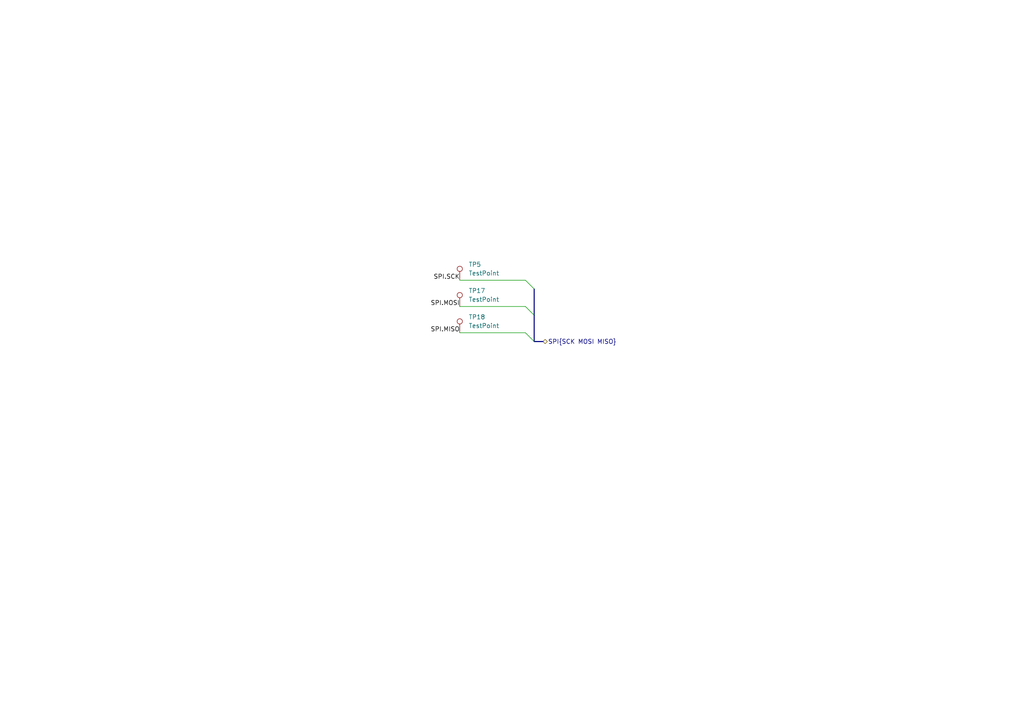
<source format=kicad_sch>
(kicad_sch (version 20231120) (generator "eeschema") (generator_version "8.0")
  (paper "A4")
  (title_block (company "catbranchman") (comment 1 "Electrical Engineering Department") (comment 2 "EE 156 / Stanford University") (comment 3 "Flight Club, W6YX, Endurance"))
  (lib_symbols
    (symbol "Connector:TestPoint" (pin_numbers hide) (pin_names (offset 0.762) hide)
      (property "Reference" "TP" (at 0 6.858 0))
      (property "Value" "TestPoint" (at 0 5.08 0))
      (symbol "TestPoint_0_1"
        (circle (center 0 3.302) (radius 0.762))
      )
      (symbol "TestPoint_1_1"
        (pin passive line (at 0 0 90) (length 2.54) (name "1") (number "1"))
      )
    )
  )
  (bus_entry (at 152.4 96.52) (size 2.54 2.54))
  (bus_entry (at 152.4 88.9) (size 2.54 2.54))
  (bus_entry (at 152.4 81.28) (size 2.54 2.54))
  (wire (pts (xy 133.35 88.9) (xy 152.4 88.9)))
  (bus (pts (xy 154.94 91.44) (xy 154.94 83.82)))
  (bus (pts (xy 157.48 99.06) (xy 154.94 99.06)))
  (bus (pts (xy 154.94 99.06) (xy 154.94 91.44)))
  (wire (pts (xy 133.35 96.52) (xy 152.4 96.52)))
  (wire (pts (xy 133.35 81.28) (xy 152.4 81.28)))
  (label "SPI.MISO" (at 133.35 96.52 180))
  (label "SPI.MOSI" (at 133.35 88.9 180))
  (label "SPI.SCK" (at 133.35 81.28 180))
  (hierarchical_label "SPI{SCK MOSI MISO}" (shape bidirectional) (at 157.48 99.06 0))
  (symbol (lib_id "Connector:TestPoint") (at 133.35 88.9 0) (unit 1)
    (property "Reference" "TP17" (at 135.89 84.3279 0) (effects (justify left)))
    (property "Value" "TestPoint" (at 135.89 86.8679 0) (effects (justify left)))
    (property "Footprint" "TestPoint:TestPoint_Loop_D2.50mm_Drill1.0mm" (effects (hide yes)))
    (property "Datasheet" "https://www.keyelco.com/userAssets/file/M65p56.pdf" (effects (hide yes)))
    (property "Description" "test point" (effects (hide yes)))
    (property "Mfr" "Keystone Electronics" (effects (hide yes)))
    (property "Mfr P/N" "5001" (effects (hide yes)))
    (property "Supplier_1" "Digikey" (effects (hide yes)))
    (property "Supplier_1 P/N" "36-5001-ND" (effects (hide yes)))
    (property "Supplier_1 Unit Price" "$0.41000 " (effects (hide yes)))
    (property "Supplier_1 Price @ Qty" "$0.14964 " (effects (hide yes)))
  )
  (symbol (lib_id "Connector:TestPoint") (at 133.35 96.52 0) (unit 1)
    (property "Reference" "TP18" (at 135.89 91.9479 0) (effects (justify left)))
    (property "Value" "TestPoint" (at 135.89 94.4879 0) (effects (justify left)))
    (property "Footprint" "TestPoint:TestPoint_Loop_D2.50mm_Drill1.0mm" (effects (hide yes)))
    (property "Datasheet" "https://www.keyelco.com/userAssets/file/M65p56.pdf" (effects (hide yes)))
    (property "Description" "test point" (effects (hide yes)))
    (property "Mfr" "Keystone Electronics" (effects (hide yes)))
    (property "Mfr P/N" "5001" (effects (hide yes)))
    (property "Supplier_1" "Digikey" (effects (hide yes)))
    (property "Supplier_1 P/N" "36-5001-ND" (effects (hide yes)))
    (property "Supplier_1 Unit Price" "$0.41000 " (effects (hide yes)))
    (property "Supplier_1 Price @ Qty" "$0.14964 " (effects (hide yes)))
  )
  (symbol (lib_id "Connector:TestPoint") (at 133.35 81.28 0) (unit 1)
    (property "Reference" "TP5" (at 135.89 76.7079 0) (effects (justify left)))
    (property "Value" "TestPoint" (at 135.89 79.2479 0) (effects (justify left)))
    (property "Footprint" "TestPoint:TestPoint_Loop_D2.50mm_Drill1.0mm" (effects (hide yes)))
    (property "Datasheet" "https://www.keyelco.com/userAssets/file/M65p56.pdf" (effects (hide yes)))
    (property "Description" "test point" (effects (hide yes)))
    (property "Mfr" "Keystone Electronics" (effects (hide yes)))
    (property "Mfr P/N" "5001" (effects (hide yes)))
    (property "Supplier_1" "Digikey" (effects (hide yes)))
    (property "Supplier_1 P/N" "36-5001-ND" (effects (hide yes)))
    (property "Supplier_1 Unit Price" "$0.41000 " (effects (hide yes)))
    (property "Supplier_1 Price @ Qty" "$0.14964 " (effects (hide yes)))
  )
)
</source>
